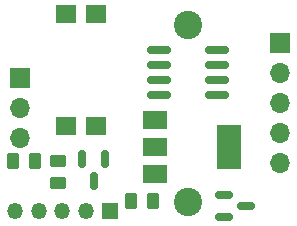
<source format=gbs>
G04 #@! TF.GenerationSoftware,KiCad,Pcbnew,(6.0.11)*
G04 #@! TF.CreationDate,2023-03-09T13:47:02+01:00*
G04 #@! TF.ProjectId,PCB_Dongle_Linky,5043425f-446f-46e6-976c-655f4c696e6b,rev?*
G04 #@! TF.SameCoordinates,Original*
G04 #@! TF.FileFunction,Soldermask,Bot*
G04 #@! TF.FilePolarity,Negative*
%FSLAX46Y46*%
G04 Gerber Fmt 4.6, Leading zero omitted, Abs format (unit mm)*
G04 Created by KiCad (PCBNEW (6.0.11)) date 2023-03-09 13:47:02*
%MOMM*%
%LPD*%
G01*
G04 APERTURE LIST*
G04 Aperture macros list*
%AMRoundRect*
0 Rectangle with rounded corners*
0 $1 Rounding radius*
0 $2 $3 $4 $5 $6 $7 $8 $9 X,Y pos of 4 corners*
0 Add a 4 corners polygon primitive as box body*
4,1,4,$2,$3,$4,$5,$6,$7,$8,$9,$2,$3,0*
0 Add four circle primitives for the rounded corners*
1,1,$1+$1,$2,$3*
1,1,$1+$1,$4,$5*
1,1,$1+$1,$6,$7*
1,1,$1+$1,$8,$9*
0 Add four rect primitives between the rounded corners*
20,1,$1+$1,$2,$3,$4,$5,0*
20,1,$1+$1,$4,$5,$6,$7,0*
20,1,$1+$1,$6,$7,$8,$9,0*
20,1,$1+$1,$8,$9,$2,$3,0*%
G04 Aperture macros list end*
%ADD10R,1.700000X1.700000*%
%ADD11O,1.700000X1.700000*%
%ADD12R,1.350000X1.350000*%
%ADD13O,1.350000X1.350000*%
%ADD14C,2.400000*%
%ADD15R,1.780000X1.500000*%
%ADD16RoundRect,0.150000X-0.587500X-0.150000X0.587500X-0.150000X0.587500X0.150000X-0.587500X0.150000X0*%
%ADD17RoundRect,0.250000X-0.262500X-0.450000X0.262500X-0.450000X0.262500X0.450000X-0.262500X0.450000X0*%
%ADD18R,2.000000X1.500000*%
%ADD19R,2.000000X3.800000*%
%ADD20RoundRect,0.150000X-0.150000X0.587500X-0.150000X-0.587500X0.150000X-0.587500X0.150000X0.587500X0*%
%ADD21RoundRect,0.250000X-0.450000X0.262500X-0.450000X-0.262500X0.450000X-0.262500X0.450000X0.262500X0*%
%ADD22RoundRect,0.150000X0.825000X0.150000X-0.825000X0.150000X-0.825000X-0.150000X0.825000X-0.150000X0*%
G04 APERTURE END LIST*
D10*
G04 #@! TO.C,J0*
X21800000Y-87800000D03*
D11*
X21800000Y-90340000D03*
X21800000Y-92880000D03*
G04 #@! TD*
D12*
G04 #@! TO.C,J1*
X29350000Y-99100000D03*
D13*
X27350000Y-99100000D03*
X25350000Y-99100000D03*
X23350000Y-99100000D03*
X21350000Y-99100000D03*
G04 #@! TD*
D10*
G04 #@! TO.C,J4*
X43750000Y-84860000D03*
D11*
X43750000Y-87400000D03*
X43750000Y-89940000D03*
X43750000Y-92480000D03*
X43750000Y-95020000D03*
G04 #@! TD*
D14*
G04 #@! TO.C,C1*
X36000000Y-98300000D03*
X36000000Y-83300000D03*
G04 #@! TD*
D15*
G04 #@! TO.C,U1*
X28240000Y-91915000D03*
X25700000Y-91915000D03*
X25700000Y-82385000D03*
X28240000Y-82385000D03*
G04 #@! TD*
D16*
G04 #@! TO.C,Q2*
X39000000Y-99600000D03*
X39000000Y-97700000D03*
X40875000Y-98650000D03*
G04 #@! TD*
D17*
G04 #@! TO.C,R1*
X21187500Y-94850000D03*
X23012500Y-94850000D03*
G04 #@! TD*
D18*
G04 #@! TO.C,U2*
X33200000Y-95950000D03*
X33200000Y-93650000D03*
D19*
X39500000Y-93650000D03*
D18*
X33200000Y-91350000D03*
G04 #@! TD*
D20*
G04 #@! TO.C,Q1*
X27050000Y-94700000D03*
X28950000Y-94700000D03*
X28000000Y-96575000D03*
G04 #@! TD*
D21*
G04 #@! TO.C,R2*
X24950000Y-94887500D03*
X24950000Y-96712500D03*
G04 #@! TD*
D17*
G04 #@! TO.C,R3*
X31187500Y-98200000D03*
X33012500Y-98200000D03*
G04 #@! TD*
D22*
G04 #@! TO.C,U3*
X38450000Y-85430000D03*
X38450000Y-86700000D03*
X38450000Y-87970000D03*
X38450000Y-89240000D03*
X33500000Y-89240000D03*
X33500000Y-87970000D03*
X33500000Y-86700000D03*
X33500000Y-85430000D03*
G04 #@! TD*
M02*

</source>
